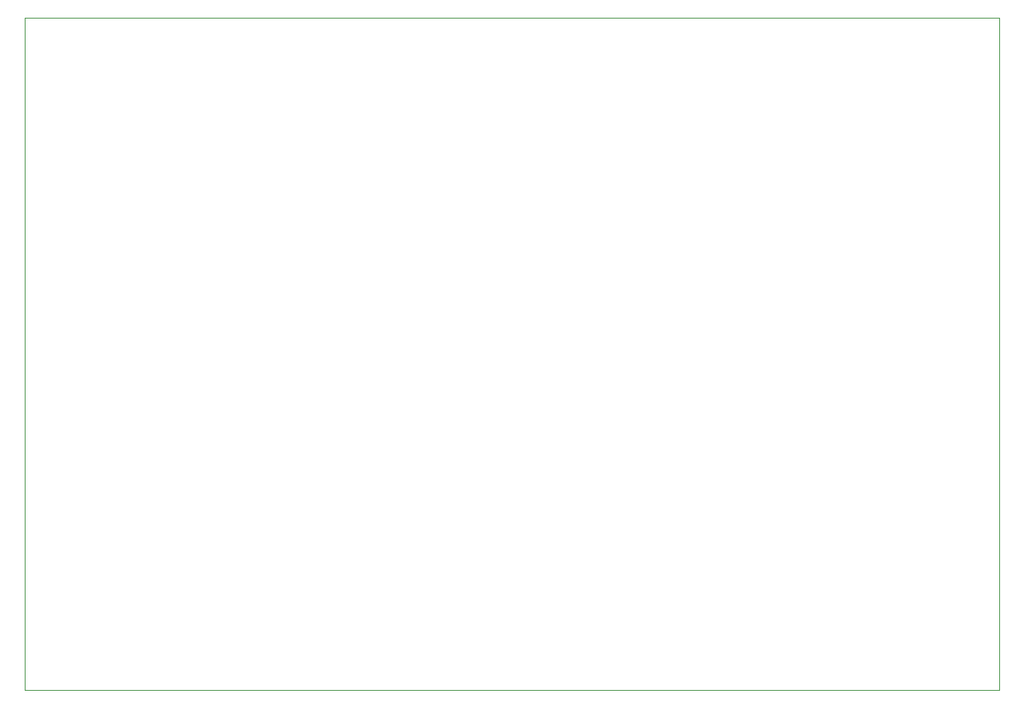
<source format=gm1>
G04 #@! TF.GenerationSoftware,KiCad,Pcbnew,6.0.2+dfsg-1*
G04 #@! TF.CreationDate,2023-08-12T13:44:09-06:00*
G04 #@! TF.ProjectId,ckt-soundplay-test,636b742d-736f-4756-9e64-706c61792d74,rev?*
G04 #@! TF.SameCoordinates,Original*
G04 #@! TF.FileFunction,Profile,NP*
%FSLAX46Y46*%
G04 Gerber Fmt 4.6, Leading zero omitted, Abs format (unit mm)*
G04 Created by KiCad (PCBNEW 6.0.2+dfsg-1) date 2023-08-12 13:44:09*
%MOMM*%
%LPD*%
G01*
G04 APERTURE LIST*
G04 #@! TA.AperFunction,Profile*
%ADD10C,0.100000*%
G04 #@! TD*
G04 APERTURE END LIST*
D10*
X86360000Y-43180000D02*
X193040000Y-43180000D01*
X193040000Y-43180000D02*
X193040000Y-116840000D01*
X193040000Y-116840000D02*
X86360000Y-116840000D01*
X86360000Y-116840000D02*
X86360000Y-43180000D01*
M02*

</source>
